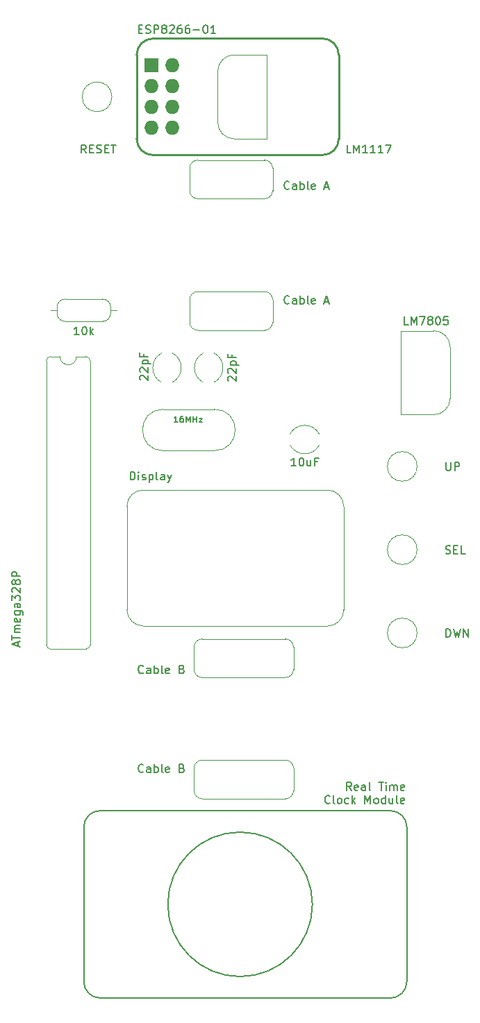
<source format=gbr>
%TF.GenerationSoftware,KiCad,Pcbnew,7.0.10-7.0.10~ubuntu22.04.1*%
%TF.CreationDate,2024-03-21T08:58:37+05:30*%
%TF.ProjectId,Smart Watch,536d6172-7420-4576-9174-63682e6b6963,rev?*%
%TF.SameCoordinates,Original*%
%TF.FileFunction,Legend,Top*%
%TF.FilePolarity,Positive*%
%FSLAX46Y46*%
G04 Gerber Fmt 4.6, Leading zero omitted, Abs format (unit mm)*
G04 Created by KiCad (PCBNEW 7.0.10-7.0.10~ubuntu22.04.1) date 2024-03-21 08:58:37*
%MOMM*%
%LPD*%
G01*
G04 APERTURE LIST*
%ADD10C,0.150000*%
%ADD11C,0.100000*%
%ADD12C,0.120000*%
%ADD13C,0.254000*%
%ADD14R,1.727200X1.727200*%
%ADD15O,1.727200X1.727200*%
G04 APERTURE END LIST*
D10*
X119018207Y-71529580D02*
X118970588Y-71577200D01*
X118970588Y-71577200D02*
X118827731Y-71624819D01*
X118827731Y-71624819D02*
X118732493Y-71624819D01*
X118732493Y-71624819D02*
X118589636Y-71577200D01*
X118589636Y-71577200D02*
X118494398Y-71481961D01*
X118494398Y-71481961D02*
X118446779Y-71386723D01*
X118446779Y-71386723D02*
X118399160Y-71196247D01*
X118399160Y-71196247D02*
X118399160Y-71053390D01*
X118399160Y-71053390D02*
X118446779Y-70862914D01*
X118446779Y-70862914D02*
X118494398Y-70767676D01*
X118494398Y-70767676D02*
X118589636Y-70672438D01*
X118589636Y-70672438D02*
X118732493Y-70624819D01*
X118732493Y-70624819D02*
X118827731Y-70624819D01*
X118827731Y-70624819D02*
X118970588Y-70672438D01*
X118970588Y-70672438D02*
X119018207Y-70720057D01*
X119875350Y-71624819D02*
X119875350Y-71101009D01*
X119875350Y-71101009D02*
X119827731Y-71005771D01*
X119827731Y-71005771D02*
X119732493Y-70958152D01*
X119732493Y-70958152D02*
X119542017Y-70958152D01*
X119542017Y-70958152D02*
X119446779Y-71005771D01*
X119875350Y-71577200D02*
X119780112Y-71624819D01*
X119780112Y-71624819D02*
X119542017Y-71624819D01*
X119542017Y-71624819D02*
X119446779Y-71577200D01*
X119446779Y-71577200D02*
X119399160Y-71481961D01*
X119399160Y-71481961D02*
X119399160Y-71386723D01*
X119399160Y-71386723D02*
X119446779Y-71291485D01*
X119446779Y-71291485D02*
X119542017Y-71243866D01*
X119542017Y-71243866D02*
X119780112Y-71243866D01*
X119780112Y-71243866D02*
X119875350Y-71196247D01*
X120351541Y-71624819D02*
X120351541Y-70624819D01*
X120351541Y-71005771D02*
X120446779Y-70958152D01*
X120446779Y-70958152D02*
X120637255Y-70958152D01*
X120637255Y-70958152D02*
X120732493Y-71005771D01*
X120732493Y-71005771D02*
X120780112Y-71053390D01*
X120780112Y-71053390D02*
X120827731Y-71148628D01*
X120827731Y-71148628D02*
X120827731Y-71434342D01*
X120827731Y-71434342D02*
X120780112Y-71529580D01*
X120780112Y-71529580D02*
X120732493Y-71577200D01*
X120732493Y-71577200D02*
X120637255Y-71624819D01*
X120637255Y-71624819D02*
X120446779Y-71624819D01*
X120446779Y-71624819D02*
X120351541Y-71577200D01*
X121399160Y-71624819D02*
X121303922Y-71577200D01*
X121303922Y-71577200D02*
X121256303Y-71481961D01*
X121256303Y-71481961D02*
X121256303Y-70624819D01*
X122161065Y-71577200D02*
X122065827Y-71624819D01*
X122065827Y-71624819D02*
X121875351Y-71624819D01*
X121875351Y-71624819D02*
X121780113Y-71577200D01*
X121780113Y-71577200D02*
X121732494Y-71481961D01*
X121732494Y-71481961D02*
X121732494Y-71101009D01*
X121732494Y-71101009D02*
X121780113Y-71005771D01*
X121780113Y-71005771D02*
X121875351Y-70958152D01*
X121875351Y-70958152D02*
X122065827Y-70958152D01*
X122065827Y-70958152D02*
X122161065Y-71005771D01*
X122161065Y-71005771D02*
X122208684Y-71101009D01*
X122208684Y-71101009D02*
X122208684Y-71196247D01*
X122208684Y-71196247D02*
X121732494Y-71291485D01*
X123351542Y-71339104D02*
X123827732Y-71339104D01*
X123256304Y-71624819D02*
X123589637Y-70624819D01*
X123589637Y-70624819D02*
X123922970Y-71624819D01*
X126584648Y-130974819D02*
X126251315Y-130498628D01*
X126013220Y-130974819D02*
X126013220Y-129974819D01*
X126013220Y-129974819D02*
X126394172Y-129974819D01*
X126394172Y-129974819D02*
X126489410Y-130022438D01*
X126489410Y-130022438D02*
X126537029Y-130070057D01*
X126537029Y-130070057D02*
X126584648Y-130165295D01*
X126584648Y-130165295D02*
X126584648Y-130308152D01*
X126584648Y-130308152D02*
X126537029Y-130403390D01*
X126537029Y-130403390D02*
X126489410Y-130451009D01*
X126489410Y-130451009D02*
X126394172Y-130498628D01*
X126394172Y-130498628D02*
X126013220Y-130498628D01*
X127394172Y-130927200D02*
X127298934Y-130974819D01*
X127298934Y-130974819D02*
X127108458Y-130974819D01*
X127108458Y-130974819D02*
X127013220Y-130927200D01*
X127013220Y-130927200D02*
X126965601Y-130831961D01*
X126965601Y-130831961D02*
X126965601Y-130451009D01*
X126965601Y-130451009D02*
X127013220Y-130355771D01*
X127013220Y-130355771D02*
X127108458Y-130308152D01*
X127108458Y-130308152D02*
X127298934Y-130308152D01*
X127298934Y-130308152D02*
X127394172Y-130355771D01*
X127394172Y-130355771D02*
X127441791Y-130451009D01*
X127441791Y-130451009D02*
X127441791Y-130546247D01*
X127441791Y-130546247D02*
X126965601Y-130641485D01*
X128298934Y-130974819D02*
X128298934Y-130451009D01*
X128298934Y-130451009D02*
X128251315Y-130355771D01*
X128251315Y-130355771D02*
X128156077Y-130308152D01*
X128156077Y-130308152D02*
X127965601Y-130308152D01*
X127965601Y-130308152D02*
X127870363Y-130355771D01*
X128298934Y-130927200D02*
X128203696Y-130974819D01*
X128203696Y-130974819D02*
X127965601Y-130974819D01*
X127965601Y-130974819D02*
X127870363Y-130927200D01*
X127870363Y-130927200D02*
X127822744Y-130831961D01*
X127822744Y-130831961D02*
X127822744Y-130736723D01*
X127822744Y-130736723D02*
X127870363Y-130641485D01*
X127870363Y-130641485D02*
X127965601Y-130593866D01*
X127965601Y-130593866D02*
X128203696Y-130593866D01*
X128203696Y-130593866D02*
X128298934Y-130546247D01*
X128917982Y-130974819D02*
X128822744Y-130927200D01*
X128822744Y-130927200D02*
X128775125Y-130831961D01*
X128775125Y-130831961D02*
X128775125Y-129974819D01*
X129917983Y-129974819D02*
X130489411Y-129974819D01*
X130203697Y-130974819D02*
X130203697Y-129974819D01*
X130822745Y-130974819D02*
X130822745Y-130308152D01*
X130822745Y-129974819D02*
X130775126Y-130022438D01*
X130775126Y-130022438D02*
X130822745Y-130070057D01*
X130822745Y-130070057D02*
X130870364Y-130022438D01*
X130870364Y-130022438D02*
X130822745Y-129974819D01*
X130822745Y-129974819D02*
X130822745Y-130070057D01*
X131298935Y-130974819D02*
X131298935Y-130308152D01*
X131298935Y-130403390D02*
X131346554Y-130355771D01*
X131346554Y-130355771D02*
X131441792Y-130308152D01*
X131441792Y-130308152D02*
X131584649Y-130308152D01*
X131584649Y-130308152D02*
X131679887Y-130355771D01*
X131679887Y-130355771D02*
X131727506Y-130451009D01*
X131727506Y-130451009D02*
X131727506Y-130974819D01*
X131727506Y-130451009D02*
X131775125Y-130355771D01*
X131775125Y-130355771D02*
X131870363Y-130308152D01*
X131870363Y-130308152D02*
X132013220Y-130308152D01*
X132013220Y-130308152D02*
X132108459Y-130355771D01*
X132108459Y-130355771D02*
X132156078Y-130451009D01*
X132156078Y-130451009D02*
X132156078Y-130974819D01*
X133013220Y-130927200D02*
X132917982Y-130974819D01*
X132917982Y-130974819D02*
X132727506Y-130974819D01*
X132727506Y-130974819D02*
X132632268Y-130927200D01*
X132632268Y-130927200D02*
X132584649Y-130831961D01*
X132584649Y-130831961D02*
X132584649Y-130451009D01*
X132584649Y-130451009D02*
X132632268Y-130355771D01*
X132632268Y-130355771D02*
X132727506Y-130308152D01*
X132727506Y-130308152D02*
X132917982Y-130308152D01*
X132917982Y-130308152D02*
X133013220Y-130355771D01*
X133013220Y-130355771D02*
X133060839Y-130451009D01*
X133060839Y-130451009D02*
X133060839Y-130546247D01*
X133060839Y-130546247D02*
X132584649Y-130641485D01*
X123965599Y-132489580D02*
X123917980Y-132537200D01*
X123917980Y-132537200D02*
X123775123Y-132584819D01*
X123775123Y-132584819D02*
X123679885Y-132584819D01*
X123679885Y-132584819D02*
X123537028Y-132537200D01*
X123537028Y-132537200D02*
X123441790Y-132441961D01*
X123441790Y-132441961D02*
X123394171Y-132346723D01*
X123394171Y-132346723D02*
X123346552Y-132156247D01*
X123346552Y-132156247D02*
X123346552Y-132013390D01*
X123346552Y-132013390D02*
X123394171Y-131822914D01*
X123394171Y-131822914D02*
X123441790Y-131727676D01*
X123441790Y-131727676D02*
X123537028Y-131632438D01*
X123537028Y-131632438D02*
X123679885Y-131584819D01*
X123679885Y-131584819D02*
X123775123Y-131584819D01*
X123775123Y-131584819D02*
X123917980Y-131632438D01*
X123917980Y-131632438D02*
X123965599Y-131680057D01*
X124537028Y-132584819D02*
X124441790Y-132537200D01*
X124441790Y-132537200D02*
X124394171Y-132441961D01*
X124394171Y-132441961D02*
X124394171Y-131584819D01*
X125060838Y-132584819D02*
X124965600Y-132537200D01*
X124965600Y-132537200D02*
X124917981Y-132489580D01*
X124917981Y-132489580D02*
X124870362Y-132394342D01*
X124870362Y-132394342D02*
X124870362Y-132108628D01*
X124870362Y-132108628D02*
X124917981Y-132013390D01*
X124917981Y-132013390D02*
X124965600Y-131965771D01*
X124965600Y-131965771D02*
X125060838Y-131918152D01*
X125060838Y-131918152D02*
X125203695Y-131918152D01*
X125203695Y-131918152D02*
X125298933Y-131965771D01*
X125298933Y-131965771D02*
X125346552Y-132013390D01*
X125346552Y-132013390D02*
X125394171Y-132108628D01*
X125394171Y-132108628D02*
X125394171Y-132394342D01*
X125394171Y-132394342D02*
X125346552Y-132489580D01*
X125346552Y-132489580D02*
X125298933Y-132537200D01*
X125298933Y-132537200D02*
X125203695Y-132584819D01*
X125203695Y-132584819D02*
X125060838Y-132584819D01*
X126251314Y-132537200D02*
X126156076Y-132584819D01*
X126156076Y-132584819D02*
X125965600Y-132584819D01*
X125965600Y-132584819D02*
X125870362Y-132537200D01*
X125870362Y-132537200D02*
X125822743Y-132489580D01*
X125822743Y-132489580D02*
X125775124Y-132394342D01*
X125775124Y-132394342D02*
X125775124Y-132108628D01*
X125775124Y-132108628D02*
X125822743Y-132013390D01*
X125822743Y-132013390D02*
X125870362Y-131965771D01*
X125870362Y-131965771D02*
X125965600Y-131918152D01*
X125965600Y-131918152D02*
X126156076Y-131918152D01*
X126156076Y-131918152D02*
X126251314Y-131965771D01*
X126679886Y-132584819D02*
X126679886Y-131584819D01*
X126775124Y-132203866D02*
X127060838Y-132584819D01*
X127060838Y-131918152D02*
X126679886Y-132299104D01*
X128251315Y-132584819D02*
X128251315Y-131584819D01*
X128251315Y-131584819D02*
X128584648Y-132299104D01*
X128584648Y-132299104D02*
X128917981Y-131584819D01*
X128917981Y-131584819D02*
X128917981Y-132584819D01*
X129537029Y-132584819D02*
X129441791Y-132537200D01*
X129441791Y-132537200D02*
X129394172Y-132489580D01*
X129394172Y-132489580D02*
X129346553Y-132394342D01*
X129346553Y-132394342D02*
X129346553Y-132108628D01*
X129346553Y-132108628D02*
X129394172Y-132013390D01*
X129394172Y-132013390D02*
X129441791Y-131965771D01*
X129441791Y-131965771D02*
X129537029Y-131918152D01*
X129537029Y-131918152D02*
X129679886Y-131918152D01*
X129679886Y-131918152D02*
X129775124Y-131965771D01*
X129775124Y-131965771D02*
X129822743Y-132013390D01*
X129822743Y-132013390D02*
X129870362Y-132108628D01*
X129870362Y-132108628D02*
X129870362Y-132394342D01*
X129870362Y-132394342D02*
X129822743Y-132489580D01*
X129822743Y-132489580D02*
X129775124Y-132537200D01*
X129775124Y-132537200D02*
X129679886Y-132584819D01*
X129679886Y-132584819D02*
X129537029Y-132584819D01*
X130727505Y-132584819D02*
X130727505Y-131584819D01*
X130727505Y-132537200D02*
X130632267Y-132584819D01*
X130632267Y-132584819D02*
X130441791Y-132584819D01*
X130441791Y-132584819D02*
X130346553Y-132537200D01*
X130346553Y-132537200D02*
X130298934Y-132489580D01*
X130298934Y-132489580D02*
X130251315Y-132394342D01*
X130251315Y-132394342D02*
X130251315Y-132108628D01*
X130251315Y-132108628D02*
X130298934Y-132013390D01*
X130298934Y-132013390D02*
X130346553Y-131965771D01*
X130346553Y-131965771D02*
X130441791Y-131918152D01*
X130441791Y-131918152D02*
X130632267Y-131918152D01*
X130632267Y-131918152D02*
X130727505Y-131965771D01*
X131632267Y-131918152D02*
X131632267Y-132584819D01*
X131203696Y-131918152D02*
X131203696Y-132441961D01*
X131203696Y-132441961D02*
X131251315Y-132537200D01*
X131251315Y-132537200D02*
X131346553Y-132584819D01*
X131346553Y-132584819D02*
X131489410Y-132584819D01*
X131489410Y-132584819D02*
X131584648Y-132537200D01*
X131584648Y-132537200D02*
X131632267Y-132489580D01*
X132251315Y-132584819D02*
X132156077Y-132537200D01*
X132156077Y-132537200D02*
X132108458Y-132441961D01*
X132108458Y-132441961D02*
X132108458Y-131584819D01*
X133013220Y-132537200D02*
X132917982Y-132584819D01*
X132917982Y-132584819D02*
X132727506Y-132584819D01*
X132727506Y-132584819D02*
X132632268Y-132537200D01*
X132632268Y-132537200D02*
X132584649Y-132441961D01*
X132584649Y-132441961D02*
X132584649Y-132061009D01*
X132584649Y-132061009D02*
X132632268Y-131965771D01*
X132632268Y-131965771D02*
X132727506Y-131918152D01*
X132727506Y-131918152D02*
X132917982Y-131918152D01*
X132917982Y-131918152D02*
X133013220Y-131965771D01*
X133013220Y-131965771D02*
X133060839Y-132061009D01*
X133060839Y-132061009D02*
X133060839Y-132156247D01*
X133060839Y-132156247D02*
X132584649Y-132251485D01*
X138131779Y-90944819D02*
X138131779Y-91754342D01*
X138131779Y-91754342D02*
X138179398Y-91849580D01*
X138179398Y-91849580D02*
X138227017Y-91897200D01*
X138227017Y-91897200D02*
X138322255Y-91944819D01*
X138322255Y-91944819D02*
X138512731Y-91944819D01*
X138512731Y-91944819D02*
X138607969Y-91897200D01*
X138607969Y-91897200D02*
X138655588Y-91849580D01*
X138655588Y-91849580D02*
X138703207Y-91754342D01*
X138703207Y-91754342D02*
X138703207Y-90944819D01*
X139179398Y-91944819D02*
X139179398Y-90944819D01*
X139179398Y-90944819D02*
X139560350Y-90944819D01*
X139560350Y-90944819D02*
X139655588Y-90992438D01*
X139655588Y-90992438D02*
X139703207Y-91040057D01*
X139703207Y-91040057D02*
X139750826Y-91135295D01*
X139750826Y-91135295D02*
X139750826Y-91278152D01*
X139750826Y-91278152D02*
X139703207Y-91373390D01*
X139703207Y-91373390D02*
X139655588Y-91421009D01*
X139655588Y-91421009D02*
X139560350Y-91468628D01*
X139560350Y-91468628D02*
X139179398Y-91468628D01*
X100666779Y-38081009D02*
X101000112Y-38081009D01*
X101142969Y-38604819D02*
X100666779Y-38604819D01*
X100666779Y-38604819D02*
X100666779Y-37604819D01*
X100666779Y-37604819D02*
X101142969Y-37604819D01*
X101523922Y-38557200D02*
X101666779Y-38604819D01*
X101666779Y-38604819D02*
X101904874Y-38604819D01*
X101904874Y-38604819D02*
X102000112Y-38557200D01*
X102000112Y-38557200D02*
X102047731Y-38509580D01*
X102047731Y-38509580D02*
X102095350Y-38414342D01*
X102095350Y-38414342D02*
X102095350Y-38319104D01*
X102095350Y-38319104D02*
X102047731Y-38223866D01*
X102047731Y-38223866D02*
X102000112Y-38176247D01*
X102000112Y-38176247D02*
X101904874Y-38128628D01*
X101904874Y-38128628D02*
X101714398Y-38081009D01*
X101714398Y-38081009D02*
X101619160Y-38033390D01*
X101619160Y-38033390D02*
X101571541Y-37985771D01*
X101571541Y-37985771D02*
X101523922Y-37890533D01*
X101523922Y-37890533D02*
X101523922Y-37795295D01*
X101523922Y-37795295D02*
X101571541Y-37700057D01*
X101571541Y-37700057D02*
X101619160Y-37652438D01*
X101619160Y-37652438D02*
X101714398Y-37604819D01*
X101714398Y-37604819D02*
X101952493Y-37604819D01*
X101952493Y-37604819D02*
X102095350Y-37652438D01*
X102523922Y-38604819D02*
X102523922Y-37604819D01*
X102523922Y-37604819D02*
X102904874Y-37604819D01*
X102904874Y-37604819D02*
X103000112Y-37652438D01*
X103000112Y-37652438D02*
X103047731Y-37700057D01*
X103047731Y-37700057D02*
X103095350Y-37795295D01*
X103095350Y-37795295D02*
X103095350Y-37938152D01*
X103095350Y-37938152D02*
X103047731Y-38033390D01*
X103047731Y-38033390D02*
X103000112Y-38081009D01*
X103000112Y-38081009D02*
X102904874Y-38128628D01*
X102904874Y-38128628D02*
X102523922Y-38128628D01*
X103666779Y-38033390D02*
X103571541Y-37985771D01*
X103571541Y-37985771D02*
X103523922Y-37938152D01*
X103523922Y-37938152D02*
X103476303Y-37842914D01*
X103476303Y-37842914D02*
X103476303Y-37795295D01*
X103476303Y-37795295D02*
X103523922Y-37700057D01*
X103523922Y-37700057D02*
X103571541Y-37652438D01*
X103571541Y-37652438D02*
X103666779Y-37604819D01*
X103666779Y-37604819D02*
X103857255Y-37604819D01*
X103857255Y-37604819D02*
X103952493Y-37652438D01*
X103952493Y-37652438D02*
X104000112Y-37700057D01*
X104000112Y-37700057D02*
X104047731Y-37795295D01*
X104047731Y-37795295D02*
X104047731Y-37842914D01*
X104047731Y-37842914D02*
X104000112Y-37938152D01*
X104000112Y-37938152D02*
X103952493Y-37985771D01*
X103952493Y-37985771D02*
X103857255Y-38033390D01*
X103857255Y-38033390D02*
X103666779Y-38033390D01*
X103666779Y-38033390D02*
X103571541Y-38081009D01*
X103571541Y-38081009D02*
X103523922Y-38128628D01*
X103523922Y-38128628D02*
X103476303Y-38223866D01*
X103476303Y-38223866D02*
X103476303Y-38414342D01*
X103476303Y-38414342D02*
X103523922Y-38509580D01*
X103523922Y-38509580D02*
X103571541Y-38557200D01*
X103571541Y-38557200D02*
X103666779Y-38604819D01*
X103666779Y-38604819D02*
X103857255Y-38604819D01*
X103857255Y-38604819D02*
X103952493Y-38557200D01*
X103952493Y-38557200D02*
X104000112Y-38509580D01*
X104000112Y-38509580D02*
X104047731Y-38414342D01*
X104047731Y-38414342D02*
X104047731Y-38223866D01*
X104047731Y-38223866D02*
X104000112Y-38128628D01*
X104000112Y-38128628D02*
X103952493Y-38081009D01*
X103952493Y-38081009D02*
X103857255Y-38033390D01*
X104428684Y-37700057D02*
X104476303Y-37652438D01*
X104476303Y-37652438D02*
X104571541Y-37604819D01*
X104571541Y-37604819D02*
X104809636Y-37604819D01*
X104809636Y-37604819D02*
X104904874Y-37652438D01*
X104904874Y-37652438D02*
X104952493Y-37700057D01*
X104952493Y-37700057D02*
X105000112Y-37795295D01*
X105000112Y-37795295D02*
X105000112Y-37890533D01*
X105000112Y-37890533D02*
X104952493Y-38033390D01*
X104952493Y-38033390D02*
X104381065Y-38604819D01*
X104381065Y-38604819D02*
X105000112Y-38604819D01*
X105857255Y-37604819D02*
X105666779Y-37604819D01*
X105666779Y-37604819D02*
X105571541Y-37652438D01*
X105571541Y-37652438D02*
X105523922Y-37700057D01*
X105523922Y-37700057D02*
X105428684Y-37842914D01*
X105428684Y-37842914D02*
X105381065Y-38033390D01*
X105381065Y-38033390D02*
X105381065Y-38414342D01*
X105381065Y-38414342D02*
X105428684Y-38509580D01*
X105428684Y-38509580D02*
X105476303Y-38557200D01*
X105476303Y-38557200D02*
X105571541Y-38604819D01*
X105571541Y-38604819D02*
X105762017Y-38604819D01*
X105762017Y-38604819D02*
X105857255Y-38557200D01*
X105857255Y-38557200D02*
X105904874Y-38509580D01*
X105904874Y-38509580D02*
X105952493Y-38414342D01*
X105952493Y-38414342D02*
X105952493Y-38176247D01*
X105952493Y-38176247D02*
X105904874Y-38081009D01*
X105904874Y-38081009D02*
X105857255Y-38033390D01*
X105857255Y-38033390D02*
X105762017Y-37985771D01*
X105762017Y-37985771D02*
X105571541Y-37985771D01*
X105571541Y-37985771D02*
X105476303Y-38033390D01*
X105476303Y-38033390D02*
X105428684Y-38081009D01*
X105428684Y-38081009D02*
X105381065Y-38176247D01*
X106809636Y-37604819D02*
X106619160Y-37604819D01*
X106619160Y-37604819D02*
X106523922Y-37652438D01*
X106523922Y-37652438D02*
X106476303Y-37700057D01*
X106476303Y-37700057D02*
X106381065Y-37842914D01*
X106381065Y-37842914D02*
X106333446Y-38033390D01*
X106333446Y-38033390D02*
X106333446Y-38414342D01*
X106333446Y-38414342D02*
X106381065Y-38509580D01*
X106381065Y-38509580D02*
X106428684Y-38557200D01*
X106428684Y-38557200D02*
X106523922Y-38604819D01*
X106523922Y-38604819D02*
X106714398Y-38604819D01*
X106714398Y-38604819D02*
X106809636Y-38557200D01*
X106809636Y-38557200D02*
X106857255Y-38509580D01*
X106857255Y-38509580D02*
X106904874Y-38414342D01*
X106904874Y-38414342D02*
X106904874Y-38176247D01*
X106904874Y-38176247D02*
X106857255Y-38081009D01*
X106857255Y-38081009D02*
X106809636Y-38033390D01*
X106809636Y-38033390D02*
X106714398Y-37985771D01*
X106714398Y-37985771D02*
X106523922Y-37985771D01*
X106523922Y-37985771D02*
X106428684Y-38033390D01*
X106428684Y-38033390D02*
X106381065Y-38081009D01*
X106381065Y-38081009D02*
X106333446Y-38176247D01*
X107333446Y-38223866D02*
X108095351Y-38223866D01*
X108762017Y-37604819D02*
X108857255Y-37604819D01*
X108857255Y-37604819D02*
X108952493Y-37652438D01*
X108952493Y-37652438D02*
X109000112Y-37700057D01*
X109000112Y-37700057D02*
X109047731Y-37795295D01*
X109047731Y-37795295D02*
X109095350Y-37985771D01*
X109095350Y-37985771D02*
X109095350Y-38223866D01*
X109095350Y-38223866D02*
X109047731Y-38414342D01*
X109047731Y-38414342D02*
X109000112Y-38509580D01*
X109000112Y-38509580D02*
X108952493Y-38557200D01*
X108952493Y-38557200D02*
X108857255Y-38604819D01*
X108857255Y-38604819D02*
X108762017Y-38604819D01*
X108762017Y-38604819D02*
X108666779Y-38557200D01*
X108666779Y-38557200D02*
X108619160Y-38509580D01*
X108619160Y-38509580D02*
X108571541Y-38414342D01*
X108571541Y-38414342D02*
X108523922Y-38223866D01*
X108523922Y-38223866D02*
X108523922Y-37985771D01*
X108523922Y-37985771D02*
X108571541Y-37795295D01*
X108571541Y-37795295D02*
X108619160Y-37700057D01*
X108619160Y-37700057D02*
X108666779Y-37652438D01*
X108666779Y-37652438D02*
X108762017Y-37604819D01*
X110047731Y-38604819D02*
X109476303Y-38604819D01*
X109762017Y-38604819D02*
X109762017Y-37604819D01*
X109762017Y-37604819D02*
X109666779Y-37747676D01*
X109666779Y-37747676D02*
X109571541Y-37842914D01*
X109571541Y-37842914D02*
X109476303Y-37890533D01*
X133527969Y-74164819D02*
X133051779Y-74164819D01*
X133051779Y-74164819D02*
X133051779Y-73164819D01*
X133861303Y-74164819D02*
X133861303Y-73164819D01*
X133861303Y-73164819D02*
X134194636Y-73879104D01*
X134194636Y-73879104D02*
X134527969Y-73164819D01*
X134527969Y-73164819D02*
X134527969Y-74164819D01*
X134908922Y-73164819D02*
X135575588Y-73164819D01*
X135575588Y-73164819D02*
X135147017Y-74164819D01*
X136099398Y-73593390D02*
X136004160Y-73545771D01*
X136004160Y-73545771D02*
X135956541Y-73498152D01*
X135956541Y-73498152D02*
X135908922Y-73402914D01*
X135908922Y-73402914D02*
X135908922Y-73355295D01*
X135908922Y-73355295D02*
X135956541Y-73260057D01*
X135956541Y-73260057D02*
X136004160Y-73212438D01*
X136004160Y-73212438D02*
X136099398Y-73164819D01*
X136099398Y-73164819D02*
X136289874Y-73164819D01*
X136289874Y-73164819D02*
X136385112Y-73212438D01*
X136385112Y-73212438D02*
X136432731Y-73260057D01*
X136432731Y-73260057D02*
X136480350Y-73355295D01*
X136480350Y-73355295D02*
X136480350Y-73402914D01*
X136480350Y-73402914D02*
X136432731Y-73498152D01*
X136432731Y-73498152D02*
X136385112Y-73545771D01*
X136385112Y-73545771D02*
X136289874Y-73593390D01*
X136289874Y-73593390D02*
X136099398Y-73593390D01*
X136099398Y-73593390D02*
X136004160Y-73641009D01*
X136004160Y-73641009D02*
X135956541Y-73688628D01*
X135956541Y-73688628D02*
X135908922Y-73783866D01*
X135908922Y-73783866D02*
X135908922Y-73974342D01*
X135908922Y-73974342D02*
X135956541Y-74069580D01*
X135956541Y-74069580D02*
X136004160Y-74117200D01*
X136004160Y-74117200D02*
X136099398Y-74164819D01*
X136099398Y-74164819D02*
X136289874Y-74164819D01*
X136289874Y-74164819D02*
X136385112Y-74117200D01*
X136385112Y-74117200D02*
X136432731Y-74069580D01*
X136432731Y-74069580D02*
X136480350Y-73974342D01*
X136480350Y-73974342D02*
X136480350Y-73783866D01*
X136480350Y-73783866D02*
X136432731Y-73688628D01*
X136432731Y-73688628D02*
X136385112Y-73641009D01*
X136385112Y-73641009D02*
X136289874Y-73593390D01*
X137099398Y-73164819D02*
X137194636Y-73164819D01*
X137194636Y-73164819D02*
X137289874Y-73212438D01*
X137289874Y-73212438D02*
X137337493Y-73260057D01*
X137337493Y-73260057D02*
X137385112Y-73355295D01*
X137385112Y-73355295D02*
X137432731Y-73545771D01*
X137432731Y-73545771D02*
X137432731Y-73783866D01*
X137432731Y-73783866D02*
X137385112Y-73974342D01*
X137385112Y-73974342D02*
X137337493Y-74069580D01*
X137337493Y-74069580D02*
X137289874Y-74117200D01*
X137289874Y-74117200D02*
X137194636Y-74164819D01*
X137194636Y-74164819D02*
X137099398Y-74164819D01*
X137099398Y-74164819D02*
X137004160Y-74117200D01*
X137004160Y-74117200D02*
X136956541Y-74069580D01*
X136956541Y-74069580D02*
X136908922Y-73974342D01*
X136908922Y-73974342D02*
X136861303Y-73783866D01*
X136861303Y-73783866D02*
X136861303Y-73545771D01*
X136861303Y-73545771D02*
X136908922Y-73355295D01*
X136908922Y-73355295D02*
X136956541Y-73260057D01*
X136956541Y-73260057D02*
X137004160Y-73212438D01*
X137004160Y-73212438D02*
X137099398Y-73164819D01*
X138337493Y-73164819D02*
X137861303Y-73164819D01*
X137861303Y-73164819D02*
X137813684Y-73641009D01*
X137813684Y-73641009D02*
X137861303Y-73593390D01*
X137861303Y-73593390D02*
X137956541Y-73545771D01*
X137956541Y-73545771D02*
X138194636Y-73545771D01*
X138194636Y-73545771D02*
X138289874Y-73593390D01*
X138289874Y-73593390D02*
X138337493Y-73641009D01*
X138337493Y-73641009D02*
X138385112Y-73736247D01*
X138385112Y-73736247D02*
X138385112Y-73974342D01*
X138385112Y-73974342D02*
X138337493Y-74069580D01*
X138337493Y-74069580D02*
X138289874Y-74117200D01*
X138289874Y-74117200D02*
X138194636Y-74164819D01*
X138194636Y-74164819D02*
X137956541Y-74164819D01*
X137956541Y-74164819D02*
X137861303Y-74117200D01*
X137861303Y-74117200D02*
X137813684Y-74069580D01*
X101238207Y-128679580D02*
X101190588Y-128727200D01*
X101190588Y-128727200D02*
X101047731Y-128774819D01*
X101047731Y-128774819D02*
X100952493Y-128774819D01*
X100952493Y-128774819D02*
X100809636Y-128727200D01*
X100809636Y-128727200D02*
X100714398Y-128631961D01*
X100714398Y-128631961D02*
X100666779Y-128536723D01*
X100666779Y-128536723D02*
X100619160Y-128346247D01*
X100619160Y-128346247D02*
X100619160Y-128203390D01*
X100619160Y-128203390D02*
X100666779Y-128012914D01*
X100666779Y-128012914D02*
X100714398Y-127917676D01*
X100714398Y-127917676D02*
X100809636Y-127822438D01*
X100809636Y-127822438D02*
X100952493Y-127774819D01*
X100952493Y-127774819D02*
X101047731Y-127774819D01*
X101047731Y-127774819D02*
X101190588Y-127822438D01*
X101190588Y-127822438D02*
X101238207Y-127870057D01*
X102095350Y-128774819D02*
X102095350Y-128251009D01*
X102095350Y-128251009D02*
X102047731Y-128155771D01*
X102047731Y-128155771D02*
X101952493Y-128108152D01*
X101952493Y-128108152D02*
X101762017Y-128108152D01*
X101762017Y-128108152D02*
X101666779Y-128155771D01*
X102095350Y-128727200D02*
X102000112Y-128774819D01*
X102000112Y-128774819D02*
X101762017Y-128774819D01*
X101762017Y-128774819D02*
X101666779Y-128727200D01*
X101666779Y-128727200D02*
X101619160Y-128631961D01*
X101619160Y-128631961D02*
X101619160Y-128536723D01*
X101619160Y-128536723D02*
X101666779Y-128441485D01*
X101666779Y-128441485D02*
X101762017Y-128393866D01*
X101762017Y-128393866D02*
X102000112Y-128393866D01*
X102000112Y-128393866D02*
X102095350Y-128346247D01*
X102571541Y-128774819D02*
X102571541Y-127774819D01*
X102571541Y-128155771D02*
X102666779Y-128108152D01*
X102666779Y-128108152D02*
X102857255Y-128108152D01*
X102857255Y-128108152D02*
X102952493Y-128155771D01*
X102952493Y-128155771D02*
X103000112Y-128203390D01*
X103000112Y-128203390D02*
X103047731Y-128298628D01*
X103047731Y-128298628D02*
X103047731Y-128584342D01*
X103047731Y-128584342D02*
X103000112Y-128679580D01*
X103000112Y-128679580D02*
X102952493Y-128727200D01*
X102952493Y-128727200D02*
X102857255Y-128774819D01*
X102857255Y-128774819D02*
X102666779Y-128774819D01*
X102666779Y-128774819D02*
X102571541Y-128727200D01*
X103619160Y-128774819D02*
X103523922Y-128727200D01*
X103523922Y-128727200D02*
X103476303Y-128631961D01*
X103476303Y-128631961D02*
X103476303Y-127774819D01*
X104381065Y-128727200D02*
X104285827Y-128774819D01*
X104285827Y-128774819D02*
X104095351Y-128774819D01*
X104095351Y-128774819D02*
X104000113Y-128727200D01*
X104000113Y-128727200D02*
X103952494Y-128631961D01*
X103952494Y-128631961D02*
X103952494Y-128251009D01*
X103952494Y-128251009D02*
X104000113Y-128155771D01*
X104000113Y-128155771D02*
X104095351Y-128108152D01*
X104095351Y-128108152D02*
X104285827Y-128108152D01*
X104285827Y-128108152D02*
X104381065Y-128155771D01*
X104381065Y-128155771D02*
X104428684Y-128251009D01*
X104428684Y-128251009D02*
X104428684Y-128346247D01*
X104428684Y-128346247D02*
X103952494Y-128441485D01*
X105952494Y-128251009D02*
X106095351Y-128298628D01*
X106095351Y-128298628D02*
X106142970Y-128346247D01*
X106142970Y-128346247D02*
X106190589Y-128441485D01*
X106190589Y-128441485D02*
X106190589Y-128584342D01*
X106190589Y-128584342D02*
X106142970Y-128679580D01*
X106142970Y-128679580D02*
X106095351Y-128727200D01*
X106095351Y-128727200D02*
X106000113Y-128774819D01*
X106000113Y-128774819D02*
X105619161Y-128774819D01*
X105619161Y-128774819D02*
X105619161Y-127774819D01*
X105619161Y-127774819D02*
X105952494Y-127774819D01*
X105952494Y-127774819D02*
X106047732Y-127822438D01*
X106047732Y-127822438D02*
X106095351Y-127870057D01*
X106095351Y-127870057D02*
X106142970Y-127965295D01*
X106142970Y-127965295D02*
X106142970Y-128060533D01*
X106142970Y-128060533D02*
X106095351Y-128155771D01*
X106095351Y-128155771D02*
X106047732Y-128203390D01*
X106047732Y-128203390D02*
X105952494Y-128251009D01*
X105952494Y-128251009D02*
X105619161Y-128251009D01*
X85944104Y-113375839D02*
X85944104Y-112899649D01*
X86229819Y-113471077D02*
X85229819Y-113137744D01*
X85229819Y-113137744D02*
X86229819Y-112804411D01*
X85229819Y-112613934D02*
X85229819Y-112042506D01*
X86229819Y-112328220D02*
X85229819Y-112328220D01*
X86229819Y-111709172D02*
X85563152Y-111709172D01*
X85658390Y-111709172D02*
X85610771Y-111661553D01*
X85610771Y-111661553D02*
X85563152Y-111566315D01*
X85563152Y-111566315D02*
X85563152Y-111423458D01*
X85563152Y-111423458D02*
X85610771Y-111328220D01*
X85610771Y-111328220D02*
X85706009Y-111280601D01*
X85706009Y-111280601D02*
X86229819Y-111280601D01*
X85706009Y-111280601D02*
X85610771Y-111232982D01*
X85610771Y-111232982D02*
X85563152Y-111137744D01*
X85563152Y-111137744D02*
X85563152Y-110994887D01*
X85563152Y-110994887D02*
X85610771Y-110899648D01*
X85610771Y-110899648D02*
X85706009Y-110852029D01*
X85706009Y-110852029D02*
X86229819Y-110852029D01*
X86182200Y-109994887D02*
X86229819Y-110090125D01*
X86229819Y-110090125D02*
X86229819Y-110280601D01*
X86229819Y-110280601D02*
X86182200Y-110375839D01*
X86182200Y-110375839D02*
X86086961Y-110423458D01*
X86086961Y-110423458D02*
X85706009Y-110423458D01*
X85706009Y-110423458D02*
X85610771Y-110375839D01*
X85610771Y-110375839D02*
X85563152Y-110280601D01*
X85563152Y-110280601D02*
X85563152Y-110090125D01*
X85563152Y-110090125D02*
X85610771Y-109994887D01*
X85610771Y-109994887D02*
X85706009Y-109947268D01*
X85706009Y-109947268D02*
X85801247Y-109947268D01*
X85801247Y-109947268D02*
X85896485Y-110423458D01*
X85563152Y-109090125D02*
X86372676Y-109090125D01*
X86372676Y-109090125D02*
X86467914Y-109137744D01*
X86467914Y-109137744D02*
X86515533Y-109185363D01*
X86515533Y-109185363D02*
X86563152Y-109280601D01*
X86563152Y-109280601D02*
X86563152Y-109423458D01*
X86563152Y-109423458D02*
X86515533Y-109518696D01*
X86182200Y-109090125D02*
X86229819Y-109185363D01*
X86229819Y-109185363D02*
X86229819Y-109375839D01*
X86229819Y-109375839D02*
X86182200Y-109471077D01*
X86182200Y-109471077D02*
X86134580Y-109518696D01*
X86134580Y-109518696D02*
X86039342Y-109566315D01*
X86039342Y-109566315D02*
X85753628Y-109566315D01*
X85753628Y-109566315D02*
X85658390Y-109518696D01*
X85658390Y-109518696D02*
X85610771Y-109471077D01*
X85610771Y-109471077D02*
X85563152Y-109375839D01*
X85563152Y-109375839D02*
X85563152Y-109185363D01*
X85563152Y-109185363D02*
X85610771Y-109090125D01*
X86229819Y-108185363D02*
X85706009Y-108185363D01*
X85706009Y-108185363D02*
X85610771Y-108232982D01*
X85610771Y-108232982D02*
X85563152Y-108328220D01*
X85563152Y-108328220D02*
X85563152Y-108518696D01*
X85563152Y-108518696D02*
X85610771Y-108613934D01*
X86182200Y-108185363D02*
X86229819Y-108280601D01*
X86229819Y-108280601D02*
X86229819Y-108518696D01*
X86229819Y-108518696D02*
X86182200Y-108613934D01*
X86182200Y-108613934D02*
X86086961Y-108661553D01*
X86086961Y-108661553D02*
X85991723Y-108661553D01*
X85991723Y-108661553D02*
X85896485Y-108613934D01*
X85896485Y-108613934D02*
X85848866Y-108518696D01*
X85848866Y-108518696D02*
X85848866Y-108280601D01*
X85848866Y-108280601D02*
X85801247Y-108185363D01*
X85229819Y-107804410D02*
X85229819Y-107185363D01*
X85229819Y-107185363D02*
X85610771Y-107518696D01*
X85610771Y-107518696D02*
X85610771Y-107375839D01*
X85610771Y-107375839D02*
X85658390Y-107280601D01*
X85658390Y-107280601D02*
X85706009Y-107232982D01*
X85706009Y-107232982D02*
X85801247Y-107185363D01*
X85801247Y-107185363D02*
X86039342Y-107185363D01*
X86039342Y-107185363D02*
X86134580Y-107232982D01*
X86134580Y-107232982D02*
X86182200Y-107280601D01*
X86182200Y-107280601D02*
X86229819Y-107375839D01*
X86229819Y-107375839D02*
X86229819Y-107661553D01*
X86229819Y-107661553D02*
X86182200Y-107756791D01*
X86182200Y-107756791D02*
X86134580Y-107804410D01*
X85325057Y-106804410D02*
X85277438Y-106756791D01*
X85277438Y-106756791D02*
X85229819Y-106661553D01*
X85229819Y-106661553D02*
X85229819Y-106423458D01*
X85229819Y-106423458D02*
X85277438Y-106328220D01*
X85277438Y-106328220D02*
X85325057Y-106280601D01*
X85325057Y-106280601D02*
X85420295Y-106232982D01*
X85420295Y-106232982D02*
X85515533Y-106232982D01*
X85515533Y-106232982D02*
X85658390Y-106280601D01*
X85658390Y-106280601D02*
X86229819Y-106852029D01*
X86229819Y-106852029D02*
X86229819Y-106232982D01*
X85658390Y-105661553D02*
X85610771Y-105756791D01*
X85610771Y-105756791D02*
X85563152Y-105804410D01*
X85563152Y-105804410D02*
X85467914Y-105852029D01*
X85467914Y-105852029D02*
X85420295Y-105852029D01*
X85420295Y-105852029D02*
X85325057Y-105804410D01*
X85325057Y-105804410D02*
X85277438Y-105756791D01*
X85277438Y-105756791D02*
X85229819Y-105661553D01*
X85229819Y-105661553D02*
X85229819Y-105471077D01*
X85229819Y-105471077D02*
X85277438Y-105375839D01*
X85277438Y-105375839D02*
X85325057Y-105328220D01*
X85325057Y-105328220D02*
X85420295Y-105280601D01*
X85420295Y-105280601D02*
X85467914Y-105280601D01*
X85467914Y-105280601D02*
X85563152Y-105328220D01*
X85563152Y-105328220D02*
X85610771Y-105375839D01*
X85610771Y-105375839D02*
X85658390Y-105471077D01*
X85658390Y-105471077D02*
X85658390Y-105661553D01*
X85658390Y-105661553D02*
X85706009Y-105756791D01*
X85706009Y-105756791D02*
X85753628Y-105804410D01*
X85753628Y-105804410D02*
X85848866Y-105852029D01*
X85848866Y-105852029D02*
X86039342Y-105852029D01*
X86039342Y-105852029D02*
X86134580Y-105804410D01*
X86134580Y-105804410D02*
X86182200Y-105756791D01*
X86182200Y-105756791D02*
X86229819Y-105661553D01*
X86229819Y-105661553D02*
X86229819Y-105471077D01*
X86229819Y-105471077D02*
X86182200Y-105375839D01*
X86182200Y-105375839D02*
X86134580Y-105328220D01*
X86134580Y-105328220D02*
X86039342Y-105280601D01*
X86039342Y-105280601D02*
X85848866Y-105280601D01*
X85848866Y-105280601D02*
X85753628Y-105328220D01*
X85753628Y-105328220D02*
X85706009Y-105375839D01*
X85706009Y-105375839D02*
X85658390Y-105471077D01*
X86229819Y-104852029D02*
X85229819Y-104852029D01*
X85229819Y-104852029D02*
X85229819Y-104471077D01*
X85229819Y-104471077D02*
X85277438Y-104375839D01*
X85277438Y-104375839D02*
X85325057Y-104328220D01*
X85325057Y-104328220D02*
X85420295Y-104280601D01*
X85420295Y-104280601D02*
X85563152Y-104280601D01*
X85563152Y-104280601D02*
X85658390Y-104328220D01*
X85658390Y-104328220D02*
X85706009Y-104375839D01*
X85706009Y-104375839D02*
X85753628Y-104471077D01*
X85753628Y-104471077D02*
X85753628Y-104852029D01*
X99650779Y-93087819D02*
X99650779Y-92087819D01*
X99650779Y-92087819D02*
X99888874Y-92087819D01*
X99888874Y-92087819D02*
X100031731Y-92135438D01*
X100031731Y-92135438D02*
X100126969Y-92230676D01*
X100126969Y-92230676D02*
X100174588Y-92325914D01*
X100174588Y-92325914D02*
X100222207Y-92516390D01*
X100222207Y-92516390D02*
X100222207Y-92659247D01*
X100222207Y-92659247D02*
X100174588Y-92849723D01*
X100174588Y-92849723D02*
X100126969Y-92944961D01*
X100126969Y-92944961D02*
X100031731Y-93040200D01*
X100031731Y-93040200D02*
X99888874Y-93087819D01*
X99888874Y-93087819D02*
X99650779Y-93087819D01*
X100650779Y-93087819D02*
X100650779Y-92421152D01*
X100650779Y-92087819D02*
X100603160Y-92135438D01*
X100603160Y-92135438D02*
X100650779Y-92183057D01*
X100650779Y-92183057D02*
X100698398Y-92135438D01*
X100698398Y-92135438D02*
X100650779Y-92087819D01*
X100650779Y-92087819D02*
X100650779Y-92183057D01*
X101079350Y-93040200D02*
X101174588Y-93087819D01*
X101174588Y-93087819D02*
X101365064Y-93087819D01*
X101365064Y-93087819D02*
X101460302Y-93040200D01*
X101460302Y-93040200D02*
X101507921Y-92944961D01*
X101507921Y-92944961D02*
X101507921Y-92897342D01*
X101507921Y-92897342D02*
X101460302Y-92802104D01*
X101460302Y-92802104D02*
X101365064Y-92754485D01*
X101365064Y-92754485D02*
X101222207Y-92754485D01*
X101222207Y-92754485D02*
X101126969Y-92706866D01*
X101126969Y-92706866D02*
X101079350Y-92611628D01*
X101079350Y-92611628D02*
X101079350Y-92564009D01*
X101079350Y-92564009D02*
X101126969Y-92468771D01*
X101126969Y-92468771D02*
X101222207Y-92421152D01*
X101222207Y-92421152D02*
X101365064Y-92421152D01*
X101365064Y-92421152D02*
X101460302Y-92468771D01*
X101936493Y-92421152D02*
X101936493Y-93421152D01*
X101936493Y-92468771D02*
X102031731Y-92421152D01*
X102031731Y-92421152D02*
X102222207Y-92421152D01*
X102222207Y-92421152D02*
X102317445Y-92468771D01*
X102317445Y-92468771D02*
X102365064Y-92516390D01*
X102365064Y-92516390D02*
X102412683Y-92611628D01*
X102412683Y-92611628D02*
X102412683Y-92897342D01*
X102412683Y-92897342D02*
X102365064Y-92992580D01*
X102365064Y-92992580D02*
X102317445Y-93040200D01*
X102317445Y-93040200D02*
X102222207Y-93087819D01*
X102222207Y-93087819D02*
X102031731Y-93087819D01*
X102031731Y-93087819D02*
X101936493Y-93040200D01*
X102984112Y-93087819D02*
X102888874Y-93040200D01*
X102888874Y-93040200D02*
X102841255Y-92944961D01*
X102841255Y-92944961D02*
X102841255Y-92087819D01*
X103793636Y-93087819D02*
X103793636Y-92564009D01*
X103793636Y-92564009D02*
X103746017Y-92468771D01*
X103746017Y-92468771D02*
X103650779Y-92421152D01*
X103650779Y-92421152D02*
X103460303Y-92421152D01*
X103460303Y-92421152D02*
X103365065Y-92468771D01*
X103793636Y-93040200D02*
X103698398Y-93087819D01*
X103698398Y-93087819D02*
X103460303Y-93087819D01*
X103460303Y-93087819D02*
X103365065Y-93040200D01*
X103365065Y-93040200D02*
X103317446Y-92944961D01*
X103317446Y-92944961D02*
X103317446Y-92849723D01*
X103317446Y-92849723D02*
X103365065Y-92754485D01*
X103365065Y-92754485D02*
X103460303Y-92706866D01*
X103460303Y-92706866D02*
X103698398Y-92706866D01*
X103698398Y-92706866D02*
X103793636Y-92659247D01*
X104174589Y-92421152D02*
X104412684Y-93087819D01*
X104650779Y-92421152D02*
X104412684Y-93087819D01*
X104412684Y-93087819D02*
X104317446Y-93325914D01*
X104317446Y-93325914D02*
X104269827Y-93373533D01*
X104269827Y-93373533D02*
X104174589Y-93421152D01*
X119018207Y-57559580D02*
X118970588Y-57607200D01*
X118970588Y-57607200D02*
X118827731Y-57654819D01*
X118827731Y-57654819D02*
X118732493Y-57654819D01*
X118732493Y-57654819D02*
X118589636Y-57607200D01*
X118589636Y-57607200D02*
X118494398Y-57511961D01*
X118494398Y-57511961D02*
X118446779Y-57416723D01*
X118446779Y-57416723D02*
X118399160Y-57226247D01*
X118399160Y-57226247D02*
X118399160Y-57083390D01*
X118399160Y-57083390D02*
X118446779Y-56892914D01*
X118446779Y-56892914D02*
X118494398Y-56797676D01*
X118494398Y-56797676D02*
X118589636Y-56702438D01*
X118589636Y-56702438D02*
X118732493Y-56654819D01*
X118732493Y-56654819D02*
X118827731Y-56654819D01*
X118827731Y-56654819D02*
X118970588Y-56702438D01*
X118970588Y-56702438D02*
X119018207Y-56750057D01*
X119875350Y-57654819D02*
X119875350Y-57131009D01*
X119875350Y-57131009D02*
X119827731Y-57035771D01*
X119827731Y-57035771D02*
X119732493Y-56988152D01*
X119732493Y-56988152D02*
X119542017Y-56988152D01*
X119542017Y-56988152D02*
X119446779Y-57035771D01*
X119875350Y-57607200D02*
X119780112Y-57654819D01*
X119780112Y-57654819D02*
X119542017Y-57654819D01*
X119542017Y-57654819D02*
X119446779Y-57607200D01*
X119446779Y-57607200D02*
X119399160Y-57511961D01*
X119399160Y-57511961D02*
X119399160Y-57416723D01*
X119399160Y-57416723D02*
X119446779Y-57321485D01*
X119446779Y-57321485D02*
X119542017Y-57273866D01*
X119542017Y-57273866D02*
X119780112Y-57273866D01*
X119780112Y-57273866D02*
X119875350Y-57226247D01*
X120351541Y-57654819D02*
X120351541Y-56654819D01*
X120351541Y-57035771D02*
X120446779Y-56988152D01*
X120446779Y-56988152D02*
X120637255Y-56988152D01*
X120637255Y-56988152D02*
X120732493Y-57035771D01*
X120732493Y-57035771D02*
X120780112Y-57083390D01*
X120780112Y-57083390D02*
X120827731Y-57178628D01*
X120827731Y-57178628D02*
X120827731Y-57464342D01*
X120827731Y-57464342D02*
X120780112Y-57559580D01*
X120780112Y-57559580D02*
X120732493Y-57607200D01*
X120732493Y-57607200D02*
X120637255Y-57654819D01*
X120637255Y-57654819D02*
X120446779Y-57654819D01*
X120446779Y-57654819D02*
X120351541Y-57607200D01*
X121399160Y-57654819D02*
X121303922Y-57607200D01*
X121303922Y-57607200D02*
X121256303Y-57511961D01*
X121256303Y-57511961D02*
X121256303Y-56654819D01*
X122161065Y-57607200D02*
X122065827Y-57654819D01*
X122065827Y-57654819D02*
X121875351Y-57654819D01*
X121875351Y-57654819D02*
X121780113Y-57607200D01*
X121780113Y-57607200D02*
X121732494Y-57511961D01*
X121732494Y-57511961D02*
X121732494Y-57131009D01*
X121732494Y-57131009D02*
X121780113Y-57035771D01*
X121780113Y-57035771D02*
X121875351Y-56988152D01*
X121875351Y-56988152D02*
X122065827Y-56988152D01*
X122065827Y-56988152D02*
X122161065Y-57035771D01*
X122161065Y-57035771D02*
X122208684Y-57131009D01*
X122208684Y-57131009D02*
X122208684Y-57226247D01*
X122208684Y-57226247D02*
X121732494Y-57321485D01*
X123351542Y-57369104D02*
X123827732Y-57369104D01*
X123256304Y-57654819D02*
X123589637Y-56654819D01*
X123589637Y-56654819D02*
X123922970Y-57654819D01*
X138131779Y-112264819D02*
X138131779Y-111264819D01*
X138131779Y-111264819D02*
X138369874Y-111264819D01*
X138369874Y-111264819D02*
X138512731Y-111312438D01*
X138512731Y-111312438D02*
X138607969Y-111407676D01*
X138607969Y-111407676D02*
X138655588Y-111502914D01*
X138655588Y-111502914D02*
X138703207Y-111693390D01*
X138703207Y-111693390D02*
X138703207Y-111836247D01*
X138703207Y-111836247D02*
X138655588Y-112026723D01*
X138655588Y-112026723D02*
X138607969Y-112121961D01*
X138607969Y-112121961D02*
X138512731Y-112217200D01*
X138512731Y-112217200D02*
X138369874Y-112264819D01*
X138369874Y-112264819D02*
X138131779Y-112264819D01*
X139036541Y-111264819D02*
X139274636Y-112264819D01*
X139274636Y-112264819D02*
X139465112Y-111550533D01*
X139465112Y-111550533D02*
X139655588Y-112264819D01*
X139655588Y-112264819D02*
X139893684Y-111264819D01*
X140274636Y-112264819D02*
X140274636Y-111264819D01*
X140274636Y-111264819D02*
X140846064Y-112264819D01*
X140846064Y-112264819D02*
X140846064Y-111264819D01*
X138084160Y-102057200D02*
X138227017Y-102104819D01*
X138227017Y-102104819D02*
X138465112Y-102104819D01*
X138465112Y-102104819D02*
X138560350Y-102057200D01*
X138560350Y-102057200D02*
X138607969Y-102009580D01*
X138607969Y-102009580D02*
X138655588Y-101914342D01*
X138655588Y-101914342D02*
X138655588Y-101819104D01*
X138655588Y-101819104D02*
X138607969Y-101723866D01*
X138607969Y-101723866D02*
X138560350Y-101676247D01*
X138560350Y-101676247D02*
X138465112Y-101628628D01*
X138465112Y-101628628D02*
X138274636Y-101581009D01*
X138274636Y-101581009D02*
X138179398Y-101533390D01*
X138179398Y-101533390D02*
X138131779Y-101485771D01*
X138131779Y-101485771D02*
X138084160Y-101390533D01*
X138084160Y-101390533D02*
X138084160Y-101295295D01*
X138084160Y-101295295D02*
X138131779Y-101200057D01*
X138131779Y-101200057D02*
X138179398Y-101152438D01*
X138179398Y-101152438D02*
X138274636Y-101104819D01*
X138274636Y-101104819D02*
X138512731Y-101104819D01*
X138512731Y-101104819D02*
X138655588Y-101152438D01*
X139084160Y-101581009D02*
X139417493Y-101581009D01*
X139560350Y-102104819D02*
X139084160Y-102104819D01*
X139084160Y-102104819D02*
X139084160Y-101104819D01*
X139084160Y-101104819D02*
X139560350Y-101104819D01*
X140465112Y-102104819D02*
X139988922Y-102104819D01*
X139988922Y-102104819D02*
X139988922Y-101104819D01*
X126542969Y-53209819D02*
X126066779Y-53209819D01*
X126066779Y-53209819D02*
X126066779Y-52209819D01*
X126876303Y-53209819D02*
X126876303Y-52209819D01*
X126876303Y-52209819D02*
X127209636Y-52924104D01*
X127209636Y-52924104D02*
X127542969Y-52209819D01*
X127542969Y-52209819D02*
X127542969Y-53209819D01*
X128542969Y-53209819D02*
X127971541Y-53209819D01*
X128257255Y-53209819D02*
X128257255Y-52209819D01*
X128257255Y-52209819D02*
X128162017Y-52352676D01*
X128162017Y-52352676D02*
X128066779Y-52447914D01*
X128066779Y-52447914D02*
X127971541Y-52495533D01*
X129495350Y-53209819D02*
X128923922Y-53209819D01*
X129209636Y-53209819D02*
X129209636Y-52209819D01*
X129209636Y-52209819D02*
X129114398Y-52352676D01*
X129114398Y-52352676D02*
X129019160Y-52447914D01*
X129019160Y-52447914D02*
X128923922Y-52495533D01*
X130447731Y-53209819D02*
X129876303Y-53209819D01*
X130162017Y-53209819D02*
X130162017Y-52209819D01*
X130162017Y-52209819D02*
X130066779Y-52352676D01*
X130066779Y-52352676D02*
X129971541Y-52447914D01*
X129971541Y-52447914D02*
X129876303Y-52495533D01*
X130781065Y-52209819D02*
X131447731Y-52209819D01*
X131447731Y-52209819D02*
X131019160Y-53209819D01*
X101238207Y-116614580D02*
X101190588Y-116662200D01*
X101190588Y-116662200D02*
X101047731Y-116709819D01*
X101047731Y-116709819D02*
X100952493Y-116709819D01*
X100952493Y-116709819D02*
X100809636Y-116662200D01*
X100809636Y-116662200D02*
X100714398Y-116566961D01*
X100714398Y-116566961D02*
X100666779Y-116471723D01*
X100666779Y-116471723D02*
X100619160Y-116281247D01*
X100619160Y-116281247D02*
X100619160Y-116138390D01*
X100619160Y-116138390D02*
X100666779Y-115947914D01*
X100666779Y-115947914D02*
X100714398Y-115852676D01*
X100714398Y-115852676D02*
X100809636Y-115757438D01*
X100809636Y-115757438D02*
X100952493Y-115709819D01*
X100952493Y-115709819D02*
X101047731Y-115709819D01*
X101047731Y-115709819D02*
X101190588Y-115757438D01*
X101190588Y-115757438D02*
X101238207Y-115805057D01*
X102095350Y-116709819D02*
X102095350Y-116186009D01*
X102095350Y-116186009D02*
X102047731Y-116090771D01*
X102047731Y-116090771D02*
X101952493Y-116043152D01*
X101952493Y-116043152D02*
X101762017Y-116043152D01*
X101762017Y-116043152D02*
X101666779Y-116090771D01*
X102095350Y-116662200D02*
X102000112Y-116709819D01*
X102000112Y-116709819D02*
X101762017Y-116709819D01*
X101762017Y-116709819D02*
X101666779Y-116662200D01*
X101666779Y-116662200D02*
X101619160Y-116566961D01*
X101619160Y-116566961D02*
X101619160Y-116471723D01*
X101619160Y-116471723D02*
X101666779Y-116376485D01*
X101666779Y-116376485D02*
X101762017Y-116328866D01*
X101762017Y-116328866D02*
X102000112Y-116328866D01*
X102000112Y-116328866D02*
X102095350Y-116281247D01*
X102571541Y-116709819D02*
X102571541Y-115709819D01*
X102571541Y-116090771D02*
X102666779Y-116043152D01*
X102666779Y-116043152D02*
X102857255Y-116043152D01*
X102857255Y-116043152D02*
X102952493Y-116090771D01*
X102952493Y-116090771D02*
X103000112Y-116138390D01*
X103000112Y-116138390D02*
X103047731Y-116233628D01*
X103047731Y-116233628D02*
X103047731Y-116519342D01*
X103047731Y-116519342D02*
X103000112Y-116614580D01*
X103000112Y-116614580D02*
X102952493Y-116662200D01*
X102952493Y-116662200D02*
X102857255Y-116709819D01*
X102857255Y-116709819D02*
X102666779Y-116709819D01*
X102666779Y-116709819D02*
X102571541Y-116662200D01*
X103619160Y-116709819D02*
X103523922Y-116662200D01*
X103523922Y-116662200D02*
X103476303Y-116566961D01*
X103476303Y-116566961D02*
X103476303Y-115709819D01*
X104381065Y-116662200D02*
X104285827Y-116709819D01*
X104285827Y-116709819D02*
X104095351Y-116709819D01*
X104095351Y-116709819D02*
X104000113Y-116662200D01*
X104000113Y-116662200D02*
X103952494Y-116566961D01*
X103952494Y-116566961D02*
X103952494Y-116186009D01*
X103952494Y-116186009D02*
X104000113Y-116090771D01*
X104000113Y-116090771D02*
X104095351Y-116043152D01*
X104095351Y-116043152D02*
X104285827Y-116043152D01*
X104285827Y-116043152D02*
X104381065Y-116090771D01*
X104381065Y-116090771D02*
X104428684Y-116186009D01*
X104428684Y-116186009D02*
X104428684Y-116281247D01*
X104428684Y-116281247D02*
X103952494Y-116376485D01*
X105952494Y-116186009D02*
X106095351Y-116233628D01*
X106095351Y-116233628D02*
X106142970Y-116281247D01*
X106142970Y-116281247D02*
X106190589Y-116376485D01*
X106190589Y-116376485D02*
X106190589Y-116519342D01*
X106190589Y-116519342D02*
X106142970Y-116614580D01*
X106142970Y-116614580D02*
X106095351Y-116662200D01*
X106095351Y-116662200D02*
X106000113Y-116709819D01*
X106000113Y-116709819D02*
X105619161Y-116709819D01*
X105619161Y-116709819D02*
X105619161Y-115709819D01*
X105619161Y-115709819D02*
X105952494Y-115709819D01*
X105952494Y-115709819D02*
X106047732Y-115757438D01*
X106047732Y-115757438D02*
X106095351Y-115805057D01*
X106095351Y-115805057D02*
X106142970Y-115900295D01*
X106142970Y-115900295D02*
X106142970Y-115995533D01*
X106142970Y-115995533D02*
X106095351Y-116090771D01*
X106095351Y-116090771D02*
X106047732Y-116138390D01*
X106047732Y-116138390D02*
X105952494Y-116186009D01*
X105952494Y-116186009D02*
X105619161Y-116186009D01*
X94253207Y-53209819D02*
X93919874Y-52733628D01*
X93681779Y-53209819D02*
X93681779Y-52209819D01*
X93681779Y-52209819D02*
X94062731Y-52209819D01*
X94062731Y-52209819D02*
X94157969Y-52257438D01*
X94157969Y-52257438D02*
X94205588Y-52305057D01*
X94205588Y-52305057D02*
X94253207Y-52400295D01*
X94253207Y-52400295D02*
X94253207Y-52543152D01*
X94253207Y-52543152D02*
X94205588Y-52638390D01*
X94205588Y-52638390D02*
X94157969Y-52686009D01*
X94157969Y-52686009D02*
X94062731Y-52733628D01*
X94062731Y-52733628D02*
X93681779Y-52733628D01*
X94681779Y-52686009D02*
X95015112Y-52686009D01*
X95157969Y-53209819D02*
X94681779Y-53209819D01*
X94681779Y-53209819D02*
X94681779Y-52209819D01*
X94681779Y-52209819D02*
X95157969Y-52209819D01*
X95538922Y-53162200D02*
X95681779Y-53209819D01*
X95681779Y-53209819D02*
X95919874Y-53209819D01*
X95919874Y-53209819D02*
X96015112Y-53162200D01*
X96015112Y-53162200D02*
X96062731Y-53114580D01*
X96062731Y-53114580D02*
X96110350Y-53019342D01*
X96110350Y-53019342D02*
X96110350Y-52924104D01*
X96110350Y-52924104D02*
X96062731Y-52828866D01*
X96062731Y-52828866D02*
X96015112Y-52781247D01*
X96015112Y-52781247D02*
X95919874Y-52733628D01*
X95919874Y-52733628D02*
X95729398Y-52686009D01*
X95729398Y-52686009D02*
X95634160Y-52638390D01*
X95634160Y-52638390D02*
X95586541Y-52590771D01*
X95586541Y-52590771D02*
X95538922Y-52495533D01*
X95538922Y-52495533D02*
X95538922Y-52400295D01*
X95538922Y-52400295D02*
X95586541Y-52305057D01*
X95586541Y-52305057D02*
X95634160Y-52257438D01*
X95634160Y-52257438D02*
X95729398Y-52209819D01*
X95729398Y-52209819D02*
X95967493Y-52209819D01*
X95967493Y-52209819D02*
X96110350Y-52257438D01*
X96538922Y-52686009D02*
X96872255Y-52686009D01*
X97015112Y-53209819D02*
X96538922Y-53209819D01*
X96538922Y-53209819D02*
X96538922Y-52209819D01*
X96538922Y-52209819D02*
X97015112Y-52209819D01*
X97300827Y-52209819D02*
X97872255Y-52209819D01*
X97586541Y-53209819D02*
X97586541Y-52209819D01*
X93384761Y-75384819D02*
X92813333Y-75384819D01*
X93099047Y-75384819D02*
X93099047Y-74384819D01*
X93099047Y-74384819D02*
X93003809Y-74527676D01*
X93003809Y-74527676D02*
X92908571Y-74622914D01*
X92908571Y-74622914D02*
X92813333Y-74670533D01*
X94003809Y-74384819D02*
X94099047Y-74384819D01*
X94099047Y-74384819D02*
X94194285Y-74432438D01*
X94194285Y-74432438D02*
X94241904Y-74480057D01*
X94241904Y-74480057D02*
X94289523Y-74575295D01*
X94289523Y-74575295D02*
X94337142Y-74765771D01*
X94337142Y-74765771D02*
X94337142Y-75003866D01*
X94337142Y-75003866D02*
X94289523Y-75194342D01*
X94289523Y-75194342D02*
X94241904Y-75289580D01*
X94241904Y-75289580D02*
X94194285Y-75337200D01*
X94194285Y-75337200D02*
X94099047Y-75384819D01*
X94099047Y-75384819D02*
X94003809Y-75384819D01*
X94003809Y-75384819D02*
X93908571Y-75337200D01*
X93908571Y-75337200D02*
X93860952Y-75289580D01*
X93860952Y-75289580D02*
X93813333Y-75194342D01*
X93813333Y-75194342D02*
X93765714Y-75003866D01*
X93765714Y-75003866D02*
X93765714Y-74765771D01*
X93765714Y-74765771D02*
X93813333Y-74575295D01*
X93813333Y-74575295D02*
X93860952Y-74480057D01*
X93860952Y-74480057D02*
X93908571Y-74432438D01*
X93908571Y-74432438D02*
X94003809Y-74384819D01*
X94765714Y-75384819D02*
X94765714Y-74384819D01*
X94860952Y-75003866D02*
X95146666Y-75384819D01*
X95146666Y-74718152D02*
X94765714Y-75099104D01*
X119832571Y-91386819D02*
X119261143Y-91386819D01*
X119546857Y-91386819D02*
X119546857Y-90386819D01*
X119546857Y-90386819D02*
X119451619Y-90529676D01*
X119451619Y-90529676D02*
X119356381Y-90624914D01*
X119356381Y-90624914D02*
X119261143Y-90672533D01*
X120451619Y-90386819D02*
X120546857Y-90386819D01*
X120546857Y-90386819D02*
X120642095Y-90434438D01*
X120642095Y-90434438D02*
X120689714Y-90482057D01*
X120689714Y-90482057D02*
X120737333Y-90577295D01*
X120737333Y-90577295D02*
X120784952Y-90767771D01*
X120784952Y-90767771D02*
X120784952Y-91005866D01*
X120784952Y-91005866D02*
X120737333Y-91196342D01*
X120737333Y-91196342D02*
X120689714Y-91291580D01*
X120689714Y-91291580D02*
X120642095Y-91339200D01*
X120642095Y-91339200D02*
X120546857Y-91386819D01*
X120546857Y-91386819D02*
X120451619Y-91386819D01*
X120451619Y-91386819D02*
X120356381Y-91339200D01*
X120356381Y-91339200D02*
X120308762Y-91291580D01*
X120308762Y-91291580D02*
X120261143Y-91196342D01*
X120261143Y-91196342D02*
X120213524Y-91005866D01*
X120213524Y-91005866D02*
X120213524Y-90767771D01*
X120213524Y-90767771D02*
X120261143Y-90577295D01*
X120261143Y-90577295D02*
X120308762Y-90482057D01*
X120308762Y-90482057D02*
X120356381Y-90434438D01*
X120356381Y-90434438D02*
X120451619Y-90386819D01*
X121642095Y-90720152D02*
X121642095Y-91386819D01*
X121213524Y-90720152D02*
X121213524Y-91243961D01*
X121213524Y-91243961D02*
X121261143Y-91339200D01*
X121261143Y-91339200D02*
X121356381Y-91386819D01*
X121356381Y-91386819D02*
X121499238Y-91386819D01*
X121499238Y-91386819D02*
X121594476Y-91339200D01*
X121594476Y-91339200D02*
X121642095Y-91291580D01*
X122451619Y-90863009D02*
X122118286Y-90863009D01*
X122118286Y-91386819D02*
X122118286Y-90386819D01*
X122118286Y-90386819D02*
X122594476Y-90386819D01*
X105412142Y-86064164D02*
X104983571Y-86064164D01*
X105197856Y-86064164D02*
X105197856Y-85314164D01*
X105197856Y-85314164D02*
X105126428Y-85421307D01*
X105126428Y-85421307D02*
X105054999Y-85492735D01*
X105054999Y-85492735D02*
X104983571Y-85528450D01*
X106055000Y-85314164D02*
X105912142Y-85314164D01*
X105912142Y-85314164D02*
X105840714Y-85349878D01*
X105840714Y-85349878D02*
X105805000Y-85385592D01*
X105805000Y-85385592D02*
X105733571Y-85492735D01*
X105733571Y-85492735D02*
X105697857Y-85635592D01*
X105697857Y-85635592D02*
X105697857Y-85921307D01*
X105697857Y-85921307D02*
X105733571Y-85992735D01*
X105733571Y-85992735D02*
X105769285Y-86028450D01*
X105769285Y-86028450D02*
X105840714Y-86064164D01*
X105840714Y-86064164D02*
X105983571Y-86064164D01*
X105983571Y-86064164D02*
X106055000Y-86028450D01*
X106055000Y-86028450D02*
X106090714Y-85992735D01*
X106090714Y-85992735D02*
X106126428Y-85921307D01*
X106126428Y-85921307D02*
X106126428Y-85742735D01*
X106126428Y-85742735D02*
X106090714Y-85671307D01*
X106090714Y-85671307D02*
X106055000Y-85635592D01*
X106055000Y-85635592D02*
X105983571Y-85599878D01*
X105983571Y-85599878D02*
X105840714Y-85599878D01*
X105840714Y-85599878D02*
X105769285Y-85635592D01*
X105769285Y-85635592D02*
X105733571Y-85671307D01*
X105733571Y-85671307D02*
X105697857Y-85742735D01*
X106447857Y-86064164D02*
X106447857Y-85314164D01*
X106447857Y-85314164D02*
X106697857Y-85849878D01*
X106697857Y-85849878D02*
X106947857Y-85314164D01*
X106947857Y-85314164D02*
X106947857Y-86064164D01*
X107305000Y-86064164D02*
X107305000Y-85314164D01*
X107305000Y-85671307D02*
X107733571Y-85671307D01*
X107733571Y-86064164D02*
X107733571Y-85314164D01*
X108019285Y-85564164D02*
X108412143Y-85564164D01*
X108412143Y-85564164D02*
X108019285Y-86064164D01*
X108019285Y-86064164D02*
X108412143Y-86064164D01*
X111620057Y-81017856D02*
X111572438Y-80970237D01*
X111572438Y-80970237D02*
X111524819Y-80874999D01*
X111524819Y-80874999D02*
X111524819Y-80636904D01*
X111524819Y-80636904D02*
X111572438Y-80541666D01*
X111572438Y-80541666D02*
X111620057Y-80494047D01*
X111620057Y-80494047D02*
X111715295Y-80446428D01*
X111715295Y-80446428D02*
X111810533Y-80446428D01*
X111810533Y-80446428D02*
X111953390Y-80494047D01*
X111953390Y-80494047D02*
X112524819Y-81065475D01*
X112524819Y-81065475D02*
X112524819Y-80446428D01*
X111620057Y-80065475D02*
X111572438Y-80017856D01*
X111572438Y-80017856D02*
X111524819Y-79922618D01*
X111524819Y-79922618D02*
X111524819Y-79684523D01*
X111524819Y-79684523D02*
X111572438Y-79589285D01*
X111572438Y-79589285D02*
X111620057Y-79541666D01*
X111620057Y-79541666D02*
X111715295Y-79494047D01*
X111715295Y-79494047D02*
X111810533Y-79494047D01*
X111810533Y-79494047D02*
X111953390Y-79541666D01*
X111953390Y-79541666D02*
X112524819Y-80113094D01*
X112524819Y-80113094D02*
X112524819Y-79494047D01*
X111858152Y-79065475D02*
X112858152Y-79065475D01*
X111905771Y-79065475D02*
X111858152Y-78970237D01*
X111858152Y-78970237D02*
X111858152Y-78779761D01*
X111858152Y-78779761D02*
X111905771Y-78684523D01*
X111905771Y-78684523D02*
X111953390Y-78636904D01*
X111953390Y-78636904D02*
X112048628Y-78589285D01*
X112048628Y-78589285D02*
X112334342Y-78589285D01*
X112334342Y-78589285D02*
X112429580Y-78636904D01*
X112429580Y-78636904D02*
X112477200Y-78684523D01*
X112477200Y-78684523D02*
X112524819Y-78779761D01*
X112524819Y-78779761D02*
X112524819Y-78970237D01*
X112524819Y-78970237D02*
X112477200Y-79065475D01*
X112001009Y-77827380D02*
X112001009Y-78160713D01*
X112524819Y-78160713D02*
X111524819Y-78160713D01*
X111524819Y-78160713D02*
X111524819Y-77684523D01*
X100896057Y-80890856D02*
X100848438Y-80843237D01*
X100848438Y-80843237D02*
X100800819Y-80747999D01*
X100800819Y-80747999D02*
X100800819Y-80509904D01*
X100800819Y-80509904D02*
X100848438Y-80414666D01*
X100848438Y-80414666D02*
X100896057Y-80367047D01*
X100896057Y-80367047D02*
X100991295Y-80319428D01*
X100991295Y-80319428D02*
X101086533Y-80319428D01*
X101086533Y-80319428D02*
X101229390Y-80367047D01*
X101229390Y-80367047D02*
X101800819Y-80938475D01*
X101800819Y-80938475D02*
X101800819Y-80319428D01*
X100896057Y-79938475D02*
X100848438Y-79890856D01*
X100848438Y-79890856D02*
X100800819Y-79795618D01*
X100800819Y-79795618D02*
X100800819Y-79557523D01*
X100800819Y-79557523D02*
X100848438Y-79462285D01*
X100848438Y-79462285D02*
X100896057Y-79414666D01*
X100896057Y-79414666D02*
X100991295Y-79367047D01*
X100991295Y-79367047D02*
X101086533Y-79367047D01*
X101086533Y-79367047D02*
X101229390Y-79414666D01*
X101229390Y-79414666D02*
X101800819Y-79986094D01*
X101800819Y-79986094D02*
X101800819Y-79367047D01*
X101134152Y-78938475D02*
X102134152Y-78938475D01*
X101181771Y-78938475D02*
X101134152Y-78843237D01*
X101134152Y-78843237D02*
X101134152Y-78652761D01*
X101134152Y-78652761D02*
X101181771Y-78557523D01*
X101181771Y-78557523D02*
X101229390Y-78509904D01*
X101229390Y-78509904D02*
X101324628Y-78462285D01*
X101324628Y-78462285D02*
X101610342Y-78462285D01*
X101610342Y-78462285D02*
X101705580Y-78509904D01*
X101705580Y-78509904D02*
X101753200Y-78557523D01*
X101753200Y-78557523D02*
X101800819Y-78652761D01*
X101800819Y-78652761D02*
X101800819Y-78843237D01*
X101800819Y-78843237D02*
X101753200Y-78938475D01*
X101277009Y-77700380D02*
X101277009Y-78033713D01*
X101800819Y-78033713D02*
X100800819Y-78033713D01*
X100800819Y-78033713D02*
X100800819Y-77557523D01*
D11*
%TO.C,S1*%
X97401077Y-46355000D02*
G75*
G03*
X93778923Y-46355000I-1811077J0D01*
G01*
X93778923Y-46355000D02*
G75*
G03*
X97401077Y-46355000I1811077J0D01*
G01*
%TO.C,S4*%
X134601077Y-111760000D02*
G75*
G03*
X130978923Y-111760000I-1811077J0D01*
G01*
X130978923Y-111760000D02*
G75*
G03*
X134601077Y-111760000I1811077J0D01*
G01*
%TO.C,S3*%
X134601077Y-101600000D02*
G75*
G03*
X130978923Y-101600000I-1811077J0D01*
G01*
X130978923Y-101600000D02*
G75*
G03*
X134601077Y-101600000I1811077J0D01*
G01*
%TO.C,Se*%
X134601077Y-91440000D02*
G75*
G03*
X130978923Y-91440000I-1811077J0D01*
G01*
X130978923Y-91440000D02*
G75*
G03*
X134601077Y-91440000I1811077J0D01*
G01*
D12*
%TO.C,R1*%
X89940000Y-72390000D02*
X90710000Y-72390000D01*
X90710000Y-72020000D02*
X90710000Y-72760000D01*
X91710000Y-73760000D02*
X96250000Y-73760000D01*
X96250000Y-71020000D02*
X91710000Y-71020000D01*
X97250000Y-72760000D02*
X97250000Y-72020000D01*
X98020000Y-72390000D02*
X97250000Y-72390000D01*
X91710000Y-71020000D02*
G75*
G03*
X90710000Y-72020000I0J-1000000D01*
G01*
X90710000Y-72760000D02*
G75*
G03*
X91710000Y-73760000I1000000J0D01*
G01*
X97250000Y-72020000D02*
G75*
G03*
X96250000Y-71020000I-1000000J0D01*
G01*
X96250000Y-73760000D02*
G75*
G03*
X97250000Y-72760000I0J1000000D01*
G01*
%TO.C,Brd1*%
X99227000Y-108906890D02*
X99227000Y-96306893D01*
X101228892Y-94306894D02*
X123658336Y-94328111D01*
X123663661Y-110928106D02*
X101225109Y-110906889D01*
X125665552Y-108926661D02*
X125656443Y-96326664D01*
X101228892Y-94306894D02*
G75*
G03*
X99227000Y-96306893I-1891J-2000000D01*
G01*
X99227001Y-108906890D02*
G75*
G03*
X101225109Y-110906888I1999997J-2D01*
G01*
X125656448Y-96326664D02*
G75*
G03*
X123658336Y-94328112I-2000008J-1456D01*
G01*
X123663661Y-110928101D02*
G75*
G03*
X125665551Y-108926661I1899J1999991D01*
G01*
D11*
%TO.C,C3*%
X119106835Y-88831772D02*
G75*
G03*
X122669431Y-88853440I1787165J953772D01*
G01*
X122666985Y-87479201D02*
G75*
G03*
X119104389Y-87500869I-1775431J-975440D01*
G01*
D12*
%TO.C,Y1*%
X109905000Y-89520000D02*
X103655000Y-89520000D01*
X109905000Y-84470000D02*
X103655000Y-84470000D01*
X109905000Y-89520000D02*
G75*
G03*
X109905000Y-84470000I0J2525000D01*
G01*
X103655000Y-84470000D02*
G75*
G03*
X103655000Y-89520000I0J-2525000D01*
G01*
%TO.C,U4*%
X112300000Y-51475000D02*
X116310000Y-51475000D01*
X116310000Y-51475000D02*
X116310000Y-41235000D01*
X110300000Y-49475000D02*
X110300000Y-43235000D01*
X112300000Y-41235000D02*
X116310000Y-41235000D01*
X110300000Y-49475000D02*
G75*
G03*
X112300000Y-51475000I1999999J-1D01*
G01*
X112300000Y-41235000D02*
G75*
G03*
X110300000Y-43235000I0J-2000000D01*
G01*
%TO.C,U2*%
X89425000Y-78545000D02*
X89425000Y-113225000D01*
X89925000Y-113725000D02*
X94225000Y-113725000D01*
X91075000Y-78045000D02*
X89925000Y-78045000D01*
X94225000Y-78045000D02*
X93075000Y-78045000D01*
X94725000Y-113225000D02*
X94725000Y-78545000D01*
X89925000Y-78045000D02*
G75*
G03*
X89425000Y-78545000I0J-500000D01*
G01*
X89425000Y-113225000D02*
G75*
G03*
X89925000Y-113725000I500000J0D01*
G01*
X91075000Y-78045000D02*
G75*
G03*
X93075000Y-78045000I1000000J0D01*
G01*
X94725000Y-78545000D02*
G75*
G03*
X94225000Y-78045000I-500000J0D01*
G01*
X94225000Y-113725000D02*
G75*
G03*
X94725000Y-113225000I0J500000D01*
G01*
D10*
%TO.C,RTC1*%
X93972500Y-135437500D02*
X93972500Y-154297500D01*
X95972500Y-133437500D02*
X131342500Y-133437500D01*
X95972500Y-156297500D02*
X131342500Y-156297500D01*
X133342500Y-135437500D02*
X133342500Y-154297500D01*
X95972500Y-133437500D02*
G75*
G03*
X93972500Y-135437500I-1J-1999999D01*
G01*
X93972500Y-154297500D02*
G75*
G03*
X95972500Y-156297500I2000000J0D01*
G01*
X133342500Y-135437500D02*
G75*
G03*
X131342500Y-133437500I-2000000J0D01*
G01*
X131342500Y-156297500D02*
G75*
G03*
X133342500Y-154297500I0J2000000D01*
G01*
X121833493Y-144867500D02*
G75*
G03*
X104211507Y-144867500I-8810993J0D01*
G01*
X104211507Y-144867500D02*
G75*
G03*
X121833493Y-144867500I8810993J0D01*
G01*
D12*
%TO.C,J2*%
X107415000Y-113490000D02*
X107415000Y-116210000D01*
X108415000Y-117210000D02*
X118535000Y-117210000D01*
X118535000Y-112490000D02*
X108415000Y-112490000D01*
X119535000Y-116210000D02*
X119535000Y-113490000D01*
X108415000Y-112490000D02*
G75*
G03*
X107415000Y-113490000I-1J-999999D01*
G01*
X107415000Y-116210000D02*
G75*
G03*
X108415000Y-117210000I999999J-1D01*
G01*
X119535000Y-113490000D02*
G75*
G03*
X118535000Y-112490000I-1000000J0D01*
G01*
X118535000Y-117210000D02*
G75*
G03*
X119535000Y-116210000I0J1000000D01*
G01*
%TO.C,J3*%
X116995000Y-73835000D02*
X116995000Y-71115000D01*
X115995000Y-70115000D02*
X107875000Y-70115000D01*
X107875000Y-74835000D02*
X115995000Y-74835000D01*
X106875000Y-71115000D02*
X106875000Y-73835000D01*
X115995000Y-74835000D02*
G75*
G03*
X116995000Y-73835000I1J999999D01*
G01*
X116995000Y-71115000D02*
G75*
G03*
X115995000Y-70115000I-999999J1D01*
G01*
X106875000Y-73835000D02*
G75*
G03*
X107875000Y-74835000I1000000J0D01*
G01*
X107875000Y-70115000D02*
G75*
G03*
X106875000Y-71115000I0J-1000000D01*
G01*
%TO.C,J1*%
X119535000Y-130985000D02*
X119535000Y-128265000D01*
X118535000Y-127265000D02*
X108415000Y-127265000D01*
X108415000Y-131985000D02*
X118535000Y-131985000D01*
X107415000Y-128265000D02*
X107415000Y-130985000D01*
X118535000Y-131985000D02*
G75*
G03*
X119535000Y-130985000I1J999999D01*
G01*
X119535000Y-128265000D02*
G75*
G03*
X118535000Y-127265000I-999999J1D01*
G01*
X107415000Y-130985000D02*
G75*
G03*
X108415000Y-131985000I1000000J0D01*
G01*
X108415000Y-127265000D02*
G75*
G03*
X107415000Y-128265000I0J-1000000D01*
G01*
%TO.C,U1*%
X136620000Y-74890000D02*
X132610000Y-74890000D01*
X132610000Y-74890000D02*
X132610000Y-85130000D01*
X138620000Y-76890000D02*
X138620000Y-83130000D01*
X136620000Y-85130000D02*
X132610000Y-85130000D01*
X138620000Y-76890000D02*
G75*
G03*
X136620000Y-74890000I-1999999J1D01*
G01*
X136620000Y-85130000D02*
G75*
G03*
X138620000Y-83130000I0J2000000D01*
G01*
D13*
%TO.C,U3*%
X100416000Y-51467000D02*
X100416000Y-41243000D01*
X102416000Y-39243000D02*
X123054000Y-39243000D01*
X123054000Y-53467000D02*
X102416000Y-53467000D01*
X125054000Y-41243000D02*
X125054000Y-51467000D01*
X102416000Y-39243000D02*
G75*
G03*
X100416000Y-41243000I-1J-1999999D01*
G01*
X100416000Y-51467000D02*
G75*
G03*
X102416000Y-53467000I1999999J-1D01*
G01*
X125054000Y-41243000D02*
G75*
G03*
X123054000Y-39243000I-2000000J0D01*
G01*
X123054000Y-53467000D02*
G75*
G03*
X125054000Y-51467000I0J2000000D01*
G01*
D12*
%TO.C,J4*%
X106875000Y-55070000D02*
X106875000Y-57790000D01*
X107875000Y-58790000D02*
X115995000Y-58790000D01*
X115995000Y-54070000D02*
X107875000Y-54070000D01*
X116995000Y-57790000D02*
X116995000Y-55070000D01*
X107875000Y-54070000D02*
G75*
G03*
X106875000Y-55070000I-1J-999999D01*
G01*
X106875000Y-57790000D02*
G75*
G03*
X107875000Y-58790000I999999J-1D01*
G01*
X116995000Y-55070000D02*
G75*
G03*
X115995000Y-54070000I-1000000J0D01*
G01*
X115995000Y-58790000D02*
G75*
G03*
X116995000Y-57790000I0J1000000D01*
G01*
D11*
%TO.C,C2*%
X108526228Y-77617835D02*
G75*
G03*
X108504560Y-81180431I953772J-1787165D01*
G01*
X109878799Y-81177985D02*
G75*
G03*
X109857131Y-77615389I-975440J1775431D01*
G01*
%TO.C,C1*%
X103446228Y-77617835D02*
G75*
G03*
X103424560Y-81180431I953772J-1787165D01*
G01*
X104798799Y-81177985D02*
G75*
G03*
X104777131Y-77615389I-975440J1775431D01*
G01*
%TD*%
D14*
%TO.C,U3*%
X102194000Y-42545000D03*
D15*
X104734000Y-42545000D03*
X102194000Y-45085000D03*
X104734000Y-45085000D03*
X102194000Y-47625000D03*
X104734000Y-47625000D03*
X102194000Y-50165000D03*
X104734000Y-50165000D03*
%TD*%
M02*

</source>
